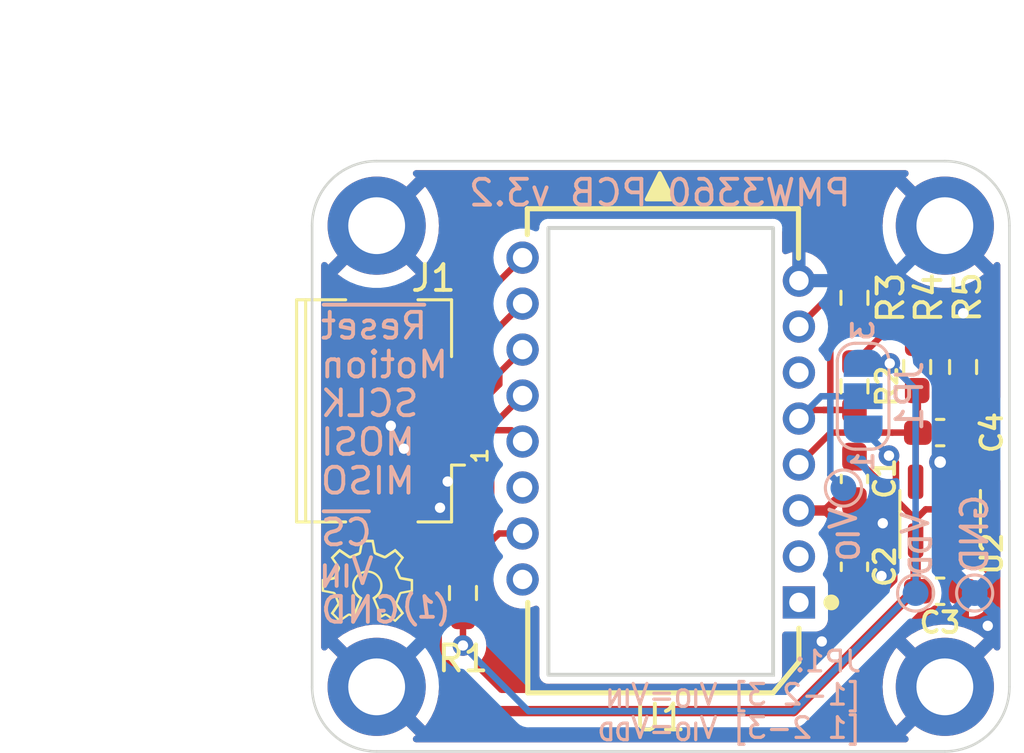
<source format=kicad_pcb>
(kicad_pcb (version 20221018) (generator pcbnew)
  (title_block (title "PMW3360 PCB") (rev "3.2") (company "SideraKB") (comment 1 "PMW3360DM-T2QU optical mouse sensor breakout board") (comment 2 "MIT License (Open Source Hardware)"))
  (layers (0 "F.Cu" signal) (31 "B.Cu" signal) (34 "B.Paste" user) (35 "F.Paste" user) (36 "B.SilkS" user "B.Silkscreen") (37 "F.SilkS" user "F.Silkscreen") (38 "B.Mask" user) (39 "F.Mask" user) (44 "Edge.Cuts" user))
  (net 0 "")
  (net 1 "Net-(U1-VDDPIX)")
  (net 2 "GND")
  (net 3 "/MISO")
  (net 4 "/CS")
  (net 5 "/MOSI")
  (net 6 "/SCLK")
  (net 7 "/MOTION")
  (net 8 "/RESET")
  (net 9 "VDD")
  (net 10 "V_{IN}")
  (net 11 "V_{IO}")
  (net 12 "Net-(U1-LED_P)")
  (net 13 "Net-(U2-FB)")
  (footprint "Resistor_SMD:R_0603_1608Metric_Pad0.98x0.95mm_HandSolder" (layer "F.Cu") (at 194.639 125.8368 90)
    (fp_text reference "R2")
    (fp_text value "10k")
  )
  (footprint "Resistor_SMD:R_0603_1608Metric_Pad0.98x0.95mm_HandSolder" (layer "F.Cu") (at 197.068 125.0858 90)
    (fp_text reference "R4")
    (fp_text value "28k")
  )
  (footprint "PMW3360_PCB:PMW3360DM-T2QU 16Pin" (layer "F.Cu") (at 187.139 128.0338 90)
    (fp_text reference "U1")
    (fp_text value "PMW3360DM-T2QU")
    (fp_rect (start -8.968 4.35) (end 8.332 -4.35) (stroke (width 0.15)) (fill none) (layer "Edge.Cuts"))
  )
  (footprint "MountingHole:MountingHole_2.2mm_M2_ISO14580_Pad" (layer "F.Cu") (at 176.139 137.4698)
    (fp_text reference "H1" hide)
    (fp_text value "MountingHole_Pad" hide)
  )
  (footprint "Resistor_SMD:R_0603_1608Metric_Pad0.98x0.95mm_HandSolder" (layer "F.Cu") (at 194.639 122.4078 90)
    (fp_text reference "R3")
    (fp_text value "10k")
  )
  (footprint "PMW3360_PCB:FPC_8P_0.5mm_AFC01-S08FCA-00" (layer "F.Cu") (at 175.889 126.7838 90)
    (fp_text reference "J1")
    (fp_text value "Interface")
  )
  (footprint "MountingHole:MountingHole_2.2mm_M2_ISO14580_Pad" (layer "F.Cu") (at 198.139 137.4698)
    (fp_text reference "H2" hide)
    (fp_text value "MountingHole_Pad" hide)
  )
  (footprint "Resistor_SMD:R_0603_1608Metric_Pad0.98x0.95mm_HandSolder" (layer "F.Cu") (at 179.481 133.8378 90)
    (fp_text reference "R1")
    (fp_text value "39R")
  )
  (footprint "Capacitor_SMD:C_0603_1608Metric_Pad1.08x0.95mm_HandSolder" (layer "F.Cu") (at 197.957 127.6258)
    (fp_text reference "C4")
    (fp_text value "4.7uF")
  )
  (footprint "MountingHole:MountingHole_2.2mm_M2_ISO14580_Pad" (layer "F.Cu") (at 176.139 119.6138)
    (fp_text reference "H4" hide)
    (fp_text value "MountingHole_Pad" hide)
  )
  (footprint "MountingHole:MountingHole_2.2mm_M2_ISO14580_Pad" (layer "F.Cu") (at 198.139 119.6138)
    (fp_text reference "H3" hide)
    (fp_text value "MountingHole_Pad" hide)
  )
  (footprint "Capacitor_SMD:C_0603_1608Metric_Pad1.08x0.95mm_HandSolder" (layer "F.Cu") (at 197.957 133.7688)
    (fp_text reference "C3")
    (fp_text value "1uF")
  )
  (footprint "Capacitor_SMD:C_0603_1608Metric_Pad1.08x0.95mm_HandSolder" (layer "F.Cu") (at 194.639 132.8218 -90)
    (fp_text reference "C2")
    (fp_text value "100nF")
  )
  (footprint "Package_TO_SOT_SMD:SOT-23-5" (layer "F.Cu") (at 197.957 130.6683 90)
    (fp_text reference "U2")
    (fp_text value "TPS73601DBV")
  )
  (footprint "Resistor_SMD:R_0603_1608Metric_Pad0.98x0.95mm_HandSolder" (layer "F.Cu") (at 198.846 125.0858 90)
    (fp_text reference "R5")
    (fp_text value "56.2k")
  )
  (footprint "Capacitor_SMD:C_0603_1608Metric_Pad1.08x0.95mm_HandSolder" (layer "F.Cu") (at 194.639 129.4193 90)
    (fp_text reference "C1")
    (fp_text value "4.7uF/10V")
  )
  (footprint "TestPoint:TestPoint_Pad_D1.0mm" (layer "B.Cu") (at 197.007 133.8378 180)
    (fp_text reference "TP2" hide)
    (fp_text value "V_{DD}")
  )
  (footprint "TestPoint:TestPoint_Pad_D1.0mm" (layer "B.Cu") (at 194.213 129.7738 180)
    (fp_text reference "TP1" hide)
    (fp_text value "V_{IO}")
  )
  (footprint "TestPoint:TestPoint_Pad_D1.0mm" (layer "B.Cu") (at 199.293 133.8378 180)
    (fp_text reference "TP3" hide)
    (fp_text value "GND")
  )
  (footprint "Jumper:SolderJumper-3_P1.3mm_Open_RoundedPad1.0x1.5mm_NumberLabels" (layer "B.Cu") (at 194.975 126.2178 90)
    (fp_text reference "JP1")
    (fp_text value "SolderJumper_3_Open")
  )
  (gr_poly (pts (xy 186.593 118.5978) (xy 187.101 117.5818) (xy 187.609 118.5978)) (stroke (width 0.15)) (fill solid) (layer "F.SilkS"))
  (gr_poly (pts (xy 176.004651 131.771471) (xy 176.005658 131.771546) (xy 176.00666 131.771669) (xy 176.007656 131.77184) (xy 176.008644 131.772056) (xy 176.009622 131.772317) (xy 176.01059 131.772621) (xy 176.011544 131.772968) (xy 176.012485 131.773355) (xy 176.013411 131.773783) (xy 176.014319 131.774248) (xy 176.01521 131.774751) (xy 176.01608 131.77529) (xy 176.016929 131.775864) (xy 176.017754 131.776472) (xy 176.018556 131.777111) (xy 176.019332 131.777782) (xy 176.02008 131.778483) (xy 176.020799 131.779212) (xy 176.021488 131.779969) (xy 176.022145 131.780752) (xy 176.022769 131.781559) (xy 176.023358 131.782391) (xy 176.02391 131.783244) (xy 176.024425 131.784119) (xy 176.024901 131.785014) (xy 176.025335 131.785928) (xy 176.025728 131.786859) (xy 176.026076 131.787807) (xy 176.026379 131.788769) (xy 176.026636 131.789745) (xy 176.026844 131.790734) (xy 176.110585 132.240605) (xy 176.110796 132.241602) (xy 176.111053 132.242602) (xy 176.111697 132.244606) (xy 176.112505 132.246604) (xy 176.113466 132.248582) (xy 176.114568 132.250528) (xy 176.115801 132.252428) (xy 176.117152 132.25427) (xy 176.118611 132.25604) (xy 176.120167 132.257726) (xy 176.121808 132.259314) (xy 176.123523 132.260791) (xy 176.1253 132.262144) (xy 176.127128 132.263361) (xy 176.128997 132.264427) (xy 176.129943 132.2649) (xy 176.130895 132.265331) (xy 176.131851 132.265717) (xy 176.132809 132.266058) (xy 176.434329 132.389486) (xy 176.436202 132.390311) (xy 176.438188 132.391) (xy 176.440271 132.391554) (xy 176.442432 132.391974) (xy 176.444654 132.392263) (xy 176.446919 132.39242) (xy 176.44921 132.392448) (xy 176.45151 132.392347) (xy 176.453801 132.392119) (xy 176.456065 132.391764) (xy 176.458285 132.391284) (xy 176.460444 132.390681) (xy 176.462524 132.389954) (xy 176.464508 132.389107) (xy 176.466377 132.388139) (xy 176.468116 132.387052) (xy 176.843957 132.129136) (xy 176.844803 132.128585) (xy 176.845675 132.128076) (xy 176.84657 132.12761) (xy 176.847486 132.127187) (xy 176.848421 132.126806) (xy 176.849374 132.126468) (xy 176.850342 132.126171) (xy 176.851324 132.125917) (xy 176.852317 132.125704) (xy 176.853321 132.125532) (xy 176.855349 132.125313) (xy 176.857393 132.125258) (xy 176.859438 132.125366) (xy 176.861468 132.125635) (xy 176.863469 132.126063) (xy 176.865424 132.126651) (xy 176.86638 132.127003) (xy 176.867319 132.127395) (xy 176.868239 132.127825) (xy 176.869138 132.128295) (xy 176.870014 132.128803) (xy 176.870866 132.129349) (xy 176.871691 132.129933) (xy 176.872487 132.130556) (xy 176.873253 132.131216) (xy 176.873987 132.131914) (xy 177.190508 132.448435) (xy 177.191206 132.449169) (xy 177.191866 132.449935) (xy 177.192488 132.450732) (xy 177.193071 132.451558) (xy 177.193617 132.45241) (xy 177.194123 132.453287) (xy 177.19502 132.455107) (xy 177.195761 132.457004) (xy 177.196345 132.458962) (xy 177.196771 132.460965) (xy 177.197037 132.462997) (xy 177.197142 132.465045) (xy 177.197086 132.467091) (xy 177.196867 132.469122) (xy 177.196483 132.47112) (xy 177.195935 132.473072) (xy 177.195598 132.474026) (xy 177.19522 132.474962) (xy 177.1948 132.475878) (xy 177.194337 132.476773) (xy 177.193833 132.477645) (xy 177.193286 132.478492) (xy 176.939868 132.84785) (xy 176.938778 132.849596) (xy 176.937811 132.851469) (xy 176.936967 132.853452) (xy 176.936248 132.855527) (xy 176.935655 132.857678) (xy 176.935189 132.859888) (xy 176.934851 132.86214) (xy 176.934642 132.864417) (xy 176.934564 132.866701) (xy 176.934617 132.868976) (xy 176.934802 132.871225) (xy 176.93512 132.87343) (xy 176.935573 132.875575) (xy 176.936162 132.877643) (xy 176.936888 132.879617) (xy 176.937751 132.881479) (xy 177.071075 133.192523) (xy 177.071836 133.194433) (xy 177.072773 133.196325) (xy 177.07387 133.198189) (xy 177.075116 133.200013) (xy 177.076497 133.201785) (xy 177.078 133.203495) (xy 177.079611 133.205131) (xy 177.081318 133.206682) (xy 177.083107 133.208136) (xy 177.084965 133.209482) (xy 177.086878 133.21071) (xy 177.088834 133.211807) (xy 177.09082 133.212763) (xy 177.092821 133.213566) (xy 177.094825 133.214205) (xy 177.096819 133.214669) (xy 177.531767 133.295552) (xy 177.532754 133.295764) (xy 177.533728 133.296025) (xy 177.534688 133.296332) (xy 177.535634 133.296684) (xy 177.536563 133.29708) (xy 177.537475 133.297517) (xy 177.538368 133.297995) (xy 177.539242 133.298512) (xy 177.540924 133.299657) (xy 177.542512 133.300941) (xy 177.543995 133.302351) (xy 177.545364 133.303876) (xy 177.546609 133.305504) (xy 177.547719 133.307224) (xy 177.548685 133.309024) (xy 177.549111 133.30995) (xy 177.549497 133.310892) (xy 177.549842 133.311848) (xy 177.550144 133.312816) (xy 177.550404 133.313796) (xy 177.550618 133.314785) (xy 177.550786 133.315782) (xy 177.550907 133.316786) (xy 177.55098 133.317795) (xy 177.551003 133.318808) (xy 177.55095 133.766457) (xy 177.550924 133.767468) (xy 177.550849 133.768476) (xy 177.550726 133.769479) (xy 177.550555 133.770475) (xy 177.550338 133.771464) (xy 177.550077 133.772444) (xy 177.549772 133.773413) (xy 177.549424 133.774369) (xy 177.549036 133.775312) (xy 177.548608 133.776239) (xy 177.548141 133.77715) (xy 177.547637 133.778042) (xy 177.547098 133.778914) (xy 177.546523 133.779765) (xy 177.545915 133.780593) (xy 177.545274 133.781396) (xy 177.544603 133.782173) (xy 177.543902 133.782923) (xy 177.543172 133.783644) (xy 177.542415 133.784335) (xy 177.541633 133.784993) (xy 177.540825 133.785618) (xy 177.539994 133.786208) (xy 177.53914 133.786761) (xy 177.538266 133.787276) (xy 177.537372 133.787751) (xy 177.536459 133.788186) (xy 177.535529 133.788577) (xy 177.534583 133.788925) (xy 177.533622 133.789227) (xy 177.532648 133.789481) (xy 177.531662 133.789687) (xy 177.107402 133.868639) (xy 177.106403 133.868844) (xy 177.105403 133.869095) (xy 177.104401 133.869391) (xy 177.103401 133.86973) (xy 177.101409 133.870533) (xy 177.099441 133.871492) (xy 177.097509 133.872595) (xy 177.095625 133.873831) (xy 177.093802 133.875189) (xy 177.092053 133.876656) (xy 177.09039 133.878221) (xy 177.088827 133.879873) (xy 177.087376 133.881599) (xy 177.086049 133.883388) (xy 177.084859 133.885229) (xy 177.083819 133.887109) (xy 177.082942 133.889018) (xy 177.082568 133.889979) (xy 177.08224 133.890943) (xy 176.94979 134.221805) (xy 176.948971 134.223687) (xy 176.948287 134.22568) (xy 176.947739 134.227767) (xy 176.947325 134.22993) (xy 176.947042 134.232153) (xy 176.946891 134.234418) (xy 176.946869 134.236708) (xy 176.946975 134.239006) (xy 176.947208 134.241294) (xy 176.947567 134.243555) (xy 176.94805 134.245772) (xy 176.948655 134.247928) (xy 176.949382 134.250005) (xy 176.950229 134.251986) (xy 176.951194 134.253854) (xy 176.952277 134.255592) (xy 177.193286 134.606774) (xy 177.193837 134.60762) (xy 177.194346 134.608493) (xy 177.194811 134.609388) (xy 177.195235 134.610305) (xy 177.195615 134.611242) (xy 177.195954 134.612196) (xy 177.196251 134.613166) (xy 177.196505 134.614149) (xy 177.196718 134.615145) (xy 177.19689 134.61615) (xy 177.197109 134.618183) (xy 177.197164 134.620232) (xy 177.197056 134.622282) (xy 177.196787 134.624317) (xy 177.196358 134.626322) (xy 177.195771 134.628282) (xy 177.195419 134.62924) (xy 177.195027 134.630181) (xy 177.194596 134.631102) (xy 177.194127 134.632003) (xy 177.193619 134.632881) (xy 177.193073 134.633733) (xy 177.192489 134.634559) (xy 177.191866 134.635357) (xy 177.191206 134.636123) (xy 177.190508 134.636857) (xy 176.873934 134.953378) (xy 176.873205 134.954071) (xy 176.872443 134.954727) (xy 176.87165 134.955345) (xy 176.870828 134.955926) (xy 176.869979 134.956469) (xy 176.869104 134.956973) (xy 176.867288 134.957867) (xy 176.865394 134.958607) (xy 176.863439 134.959191) (xy 176.861437 134.959618) (xy 176.859405 134.959887) (xy 176.857357 134.959995) (xy 176.85531 134.959942) (xy 176.853278 134.959726) (xy 176.851278 134.959346) (xy 176.849325 134.9588) (xy 176.848371 134.958465) (xy 176.847435 134.958088) (xy 176.846518 134.957668) (xy 176.845622 134.957207) (xy 176.84475 134.956703) (xy 176.843904 134.956156) (xy 176.498913 134.71938) (xy 176.497179 134.718301) (xy 176.495322 134.717354) (xy 176.493358 134.716541) (xy 176.491305 134.715861) (xy 176.489179 134.715316) (xy 176.486998 134.714904) (xy 176.484778 134.714628) (xy 176.482536 134.714486) (xy 176.480289 134.714479) (xy 176.478054 134.714608) (xy 176.475847 134.714872) (xy 176.473687 134.715273) (xy 176.471589 134.71581) (xy 176.469571 134.716484) (xy 176.467649 134.717295) (xy 176.46584 134.718243) (xy 176.313705 134.79947) (xy 176.312795 134.799902) (xy 176.311878 134.800283) (xy 176.310955 134.800611) (xy 176.310027 134.800889) (xy 176.309097 134.801115) (xy 176.308165 134.801292) (xy 176.307234 134.80142) (xy 176.306304 134.801499) (xy 176.305379 134.801529) (xy 176.304458 134.801512) (xy 176.303544 134.801448) (xy 176.302638 134.801338) (xy 176.301742 134.801181) (xy 176.300858 134.800979) (xy 176.299986 134.800733) (xy 176.29913 134.800442) (xy 176.298289 134.800108) (xy 176.297466 134.799731) (xy 176.296663 134.799311) (xy 176.29588 134.79885) (xy 176.295121 134.798347) (xy 176.294385 134.797804) (xy 176.293675 134.79722) (xy 176.292992 134.796597) (xy 176.292338 134.795936) (xy 176.291714 134.795236) (xy 176.291123 134.794498) (xy 176.290565 134.793723) (xy 176.290043 134.792911) (xy 176.289557 134.792063) (xy 176.289109 134.79118) (xy 176.288702 134.790262) (xy 175.975038 134.032284) (xy 175.974675 134.031341) (xy 175.974361 134.030384) (xy 175.974094 134.029414) (xy 175.973873 134.028434) (xy 175.973699 134.027444) (xy 175.973571 134.026448) (xy 175.973487 134.025446) (xy 175.973448 134.024441) (xy 175.973453 134.023434) (xy 175.973501 134.022427) (xy 175.973591 134.021422) (xy 175.973724 134.020421) (xy 175.973898 134.019425) (xy 175.974112 134.018436) (xy 175.974367 134.017457) (xy 175.974661 134.016488) (xy 175.974994 134.015533) (xy 175.975366 134.014591) (xy 175.975775 134.013666) (xy 175.976221 134.01276) (xy 175.976704 134.011873) (xy 175.977222 134.011007) (xy 175.977776 134.010166) (xy 175.978364 134.00935) (xy 175.978987 134.00856) (xy 175.979643 134.0078) (xy 175.980331 134.007071) (xy 175.981052 134.006374) (xy 175.981805 134.005711) (xy 175.982588 134.005084) (xy 175.983402 134.004496) (xy 175.984246 134.003947) (xy 176.022319 133.980637) (xy 176.02506 133.978892) (xy 176.027985 133.9769) (xy 176.031041 133.974705) (xy 176.034173 133.972349) (xy 176.037323 133.969877) (xy 176.040439 133.967332) (xy 176.043464 133.964757) (xy 176.046343 133.962196) (xy 176.071547 133.944944) (xy 176.095601 133.926213) (xy 176.118439 133.906068) (xy 176.139995 133.884574) (xy 176.160204 133.861796) (xy 176.179 133.8378) (xy 176.196318 133.81265) (xy 176.212092 133.786413) (xy 176.226255 133.759154) (xy 176.238744 133.730937) (xy 176.249491 133.701828) (xy 176.258431 133.671892) (xy 176.265499 133.641195) (xy 176.270629 133.609801) (xy 176.273755 133.577776) (xy 176.274811 133.545186) (xy 176.274167 133.51971) (xy 176.272255 133.494568) (xy 176.269107 133.469792) (xy 176.264754 133.445412) (xy 176.259226 133.421461) (xy 176.252555 133.397968) (xy 176.244772 133.374965) (xy 176.235908 133.352484) (xy 176.225994 133.330554) (xy 176.215062 133.309208) (xy 176.203142 133.288476) (xy 176.190265 133.26839) (xy 176.176463 133.248981) (xy 176.161767 133.230279) (xy 176.146208 133.212316) (xy 176.129816 133.195123) (xy 176.112624 133.178731) (xy 176.094662 133.163171) (xy 176.075961 133.148474) (xy 176.056552 133.134672) (xy 176.036467 133.121795) (xy 176.015736 133.109875) (xy 175.994391 133.098942) (xy 175.972463 133.089028) (xy 175.949983 133.080164) (xy 175.926982 133.072381) (xy 175.903491 133.06571) (xy 175.879541 133.060182) (xy 175.855163 133.055828) (xy 175.830389 133.05268) (xy 175.80525 133.050768) (xy 175.779776 133.050124) (xy 175.754302 133.050768) (xy 175.729162 133.05268) (xy 175.704388 133.055828) (xy 175.68001 133.060182) (xy 175.656059 133.06571) (xy 175.632567 133.072381) (xy 175.609565 133.080164) (xy 175.587084 133.089028) (xy 175.565155 133.098942) (xy 175.543809 133.109875) (xy 175.523078 133.121795) (xy 175.502991 133.134672) (xy 175.483581 133.148474) (xy 175.464879 133.163171) (xy 175.446916 133.178731) (xy 175.429722 133.195123) (xy 175.413329 133.212316) (xy 175.397769 133.230279) (xy 175.383071 133.248981) (xy 175.369268 133.26839) (xy 175.356391 133.288476) (xy 175.34447 133.309208) (xy 175.333536 133.330554) (xy 175.323621 133.352484) (xy 175.314757 133.374965) (xy 175.306973 133.397968) (xy 175.300301 133.421461) (xy 175.294773 133.445412) (xy 175.290419 133.469792) (xy 175.28727 133.494568) (xy 175.285358 133.51971) (xy 175.284714 133.545186) (xy 175.28498 133.561548) (xy 175.285771 133.577776) (xy 175.28708 133.593864) (xy 175.288898 133.609801) (xy 175.291217 133.625581) (xy 175.294029 133.641195) (xy 175.297325 133.656634) (xy 175.301098 133.671892) (xy 175.305339 133.686959) (xy 175.31004 133.701828) (xy 175.315192 133.71649) (xy 175.320788 133.730937) (xy 175.32682 133.745161) (xy 175.333278 133.759154) (xy 175.347443 133.786413) (xy 175.363218 133.812651) (xy 175.380536 133.8378) (xy 175.399333 133.861796) (xy 175.419541 133.884574) (xy 175.441096 133.906068) (xy 175.463932 133.926213) (xy 175.487982 133.944944) (xy 175.513182 133.962196) (xy 175.516077 133.964757) (xy 175.519113 133.967332) (xy 175.522235 133.969877) (xy 175.525389 133.972349) (xy 175.528522 133.974705) (xy 175.531581 133.9769) (xy 175.534511 133.978892) (xy 175.537259 133.980637) (xy 175.575332 134.003947) (xy 175.576181 134.004496) (xy 175.576999 134.005084) (xy 175.577786 134.005711) (xy 175.578542 134.006374) (xy 175.579266 134.007071) (xy 175.579957 134.0078) (xy 175.58124 134.00935) (xy 175.582385 134.011007) (xy 175.583387 134.01276) (xy 175.584243 134.014591) (xy 175.584947 134.016488) (xy 175.585494 134.018436) (xy 175.58588 134.020421) (xy 175.5861 134.022427) (xy 175.586149 134.024441) (xy 175.586022 134.026448) (xy 175.585891 134.027444) (xy 175.585715 134.028434) (xy 175.585492 134.029414) (xy 175.585222 134.030384) (xy 175.584905 134.031341) (xy 175.58454 134.032284) (xy 175.27085 134.790236) (xy 175.270443 134.791154) (xy 175.269995 134.792037) (xy 175.269509 134.792885) (xy 175.268986 134.793697) (xy 175.268427 134.794473) (xy 175.267835 134.795212) (xy 175.267211 134.795912) (xy 175.266556 134.796575) (xy 175.265873 134.797199) (xy 175.265162 134.797783) (xy 175.264425 134.798327) (xy 175.263665 134.79883) (xy 175.262881 134.799293) (xy 175.262077 134.799713) (xy 175.261254 134.800091) (xy 175.260412 134.800426) (xy 175.259555 134.800717) (xy 175.258683 134.800964) (xy 175.257798 134.801166) (xy 175.256902 134.801323) (xy 175.255996 134.801434) (xy 175.255082 134.801498) (xy 175.254162 134.801515) (xy 175.253236 134.801484) (xy 175.252307 134.801404) (xy 175.251377 134.801276) (xy 175.250446 134.801098) (xy 175.249517 134.80087) (xy 175.248591 134.800591) (xy 175.24767 134.800261) (xy 175.246754 134.799878) (xy 175.245847 134.799444) (xy 175.093712 134.718216) (xy 175.091907 134.717269) (xy 175.089989 134.716459) (xy 175.087973 134.715786) (xy 175.085876 134.71525) (xy 175.083716 134.714851) (xy 175.08151 134.714588) (xy 175.079274 134.714461) (xy 175.077026 134.714469) (xy 175.074783 134.714612) (xy 175.072561 134.71489) (xy 175.070378 134.715301) (xy 175.068251 134.715846) (xy 175.066196 134.716525) (xy 175.064231 134.717336) (xy 175.062373 134.718279) (xy 175.060639 134.719354) (xy 174.715675 134.95613) (xy 174.714826 134.956676) (xy 174.713952 134.95718) (xy 174.713054 134.957642) (xy 174.712136 134.958061) (xy 174.711198 134.958439) (xy 174.710243 134.958774) (xy 174.709273 134.959068) (xy 174.708288 134.95932) (xy 174.707293 134.95953) (xy 174.706288 134.9597) (xy 174.704256 134.959915) (xy 174.702208 134.959969) (xy 174.70016 134.95986) (xy 174.698128 134.959592) (xy 174.696126 134.959165) (xy 174.69417 134.958581) (xy 174.693214 134.958231) (xy 174.692275 134.957841) (xy 174.691356 134.957413) (xy 174.690458 134.956947) (xy 174.689582 134.956442) (xy 174.688732 134.9559) (xy 174.687908 134.955319) (xy 174.687114 134.954701) (xy 174.68635 134.954045) (xy 174.685618 134.953352) (xy 174.369044 134.63683) (xy 174.368349 134.636097) (xy 174.36769 134.63533) (xy 174.36707 134.634533) (xy 174.366488 134.633707) (xy 174.365943 134.632854) (xy 174.365437 134.631977) (xy 174.36454 134.630154) (xy 174.363798 134.628256) (xy 174.363212 134.626296) (xy 174.362784 134.624291) (xy 174.362516 134.622255) (xy 174.362408 134.620205) (xy 174.362462 134.618156) (xy 174.362679 134.616124) (xy 174.363061 134.614123) (xy 174.36361 134.61217) (xy 174.363947 134.611215) (xy 174.364326 134.610279) (xy 174.364747 134.609362) (xy 174.365211 134.608466) (xy 174.365717 134.607594) (xy 174.366266 134.606747) (xy 174.607249 134.255566) (xy 174.60834 134.253828) (xy 174.609313 134.25196) (xy 174.610166 134.249979) (xy 174.610897 134.247902) (xy 174.611506 134.245746) (xy 174.61199 134.243529) (xy 174.61235 134.241268) (xy 174.612583 134.23898) (xy 174.612689 134.236682) (xy 174.612667 134.234392) (xy 174.612514 134.232127) (xy 174.612231 134.229904) (xy 174.611815 134.227741) (xy 174.611266 134.225654) (xy 174.610582 134.223661) (xy 174.609762 134.221779) (xy 174.477312 133.890917) (xy 174.476986 133.889953) (xy 174.476613 133.888992) (xy 174.475738 133.887083) (xy 174.474698 133.885202) (xy 174.473506 133.883362) (xy 174.472176 133.881572) (xy 174.470721 133.879846) (xy 174.469153 133.878195) (xy 174.467486 133.87663) (xy 174.465732 133.875163) (xy 174.463905 133.873805) (xy 174.462017 133.872569) (xy 174.460081 133.871465) (xy 174.458111 133.870506) (xy 174.456119 133.869704) (xy 174.454119 133.869069) (xy 174.45312 133.868818) (xy 174.452123 133.868613) (xy 174.027864 133.789661) (xy 174.026875 133.789455) (xy 174.025899 133.789201) (xy 174.024937 133.788899) (xy 174.023989 133.788551) (xy 174.023058 133.788159) (xy 174.022144 133.787725) (xy 174.021249 133.78725) (xy 174.020374 133.786735) (xy 174.01952 133.786181) (xy 174.018689 133.785592) (xy 174.017099 133.784308) (xy 174.015613 133.782897) (xy 174.014241 133.78137) (xy 174.012994 133.779738) (xy 174.011881 133.778016) (xy 174.010913 133.776213) (xy 174.010098 133.774343) (xy 174.009751 133.773386) (xy 174.009447 133.772418) (xy 174.009186 133.771438) (xy 174.00897 133.770449) (xy 174.008799 133.769452) (xy 174.008676 133.768449) (xy 174.008601 133.767442) (xy 174.008576 133.766431) (xy 174.008554 133.388923) (xy 174.103826 133.388923) (xy 174.103852 133.717509) (xy 174.469268 133.785507) (xy 174.474395 133.786613) (xy 174.479296 133.787853) (xy 174.483983 133.789221) (xy 174.488466 133.790711) (xy 174.492759 133.792316) (xy 174.496871 133.794032) (xy 174.500816 133.795851) (xy 174.504604 133.797767) (xy 174.508246 133.799775) (xy 174.511755 133.801869) (xy 174.515142 133.804041) (xy 174.518419 133.806287) (xy 174.521597 133.8086) (xy 174.524687 133.810974) (xy 174.527702 133.813403) (xy 174.530652 133.815881) (xy 174.535793 133.820769) (xy 174.538308 133.823307) (xy 174.54078 133.825919) (xy 174.543208 133.828616) (xy 174.545587 133.831406) (xy 174.547913 133.8343) (xy 174.550185 133.837306) (xy 174.552397 133.840434) (xy 174.554547 133.843695) (xy 174.556631 133.847096) (xy 174.558646 133.850648) (xy 174.560589 133.854359) (xy 174.562456 133.85824) (xy 174.564243 133.8623) (xy 174.565947 133.866549) (xy 174.697683 134.195744) (xy 174.69913 134.199271) (xy 174.70044 134.202742) (xy 174.701619 134.206157) (xy 174.702673 134.209519) (xy 174.703609 134.21283) (xy 174.704434 134.216094) (xy 174.705153 134.21931) (xy 174.705773 134.222483) (xy 174.706301 134.225614) (xy 174.706743 134.228705) (xy 174.707105 134.231759) (xy 174.707394 134.234778) (xy 174.707779 134.240718) (xy 174.707949 134.246544) (xy 174.70756 134.255422) (xy 174.707207 134.259842) (xy 174.706728 134.26426) (xy 174.70611 134.268684) (xy 174.705336 134.273122) (xy 174.704392 134.277581) (xy 174.703263 134.282071) (xy 174.701934 134.286598) (xy 174.70039 134.291171) (xy 174.698616 134.295798) (xy 174.696597 134.300486) (xy 174.694319 134.305245) (xy 174.691766 134.310081) (xy 174.688924 134.315003) (xy 174.685777 134.320019) (xy 174.478476 134.622173) (xy 174.710886 134.854503) (xy 175.006611 134.651515) (xy 175.011434 134.648441) (xy 175.016193 134.645658) (xy 175.020892 134.643153) (xy 175.025534 134.640913) (xy 175.030123 134.638925) (xy 175.034664 134.637173) (xy 175.039161 134.635647) (xy 175.043616 134.63433) (xy 175.048035 134.633211) (xy 175.05242 134.632276) (xy 175.056777 134.631511) (xy 175.061108 134.630902) (xy 175.065418 134.630437) (xy 175.069711 134.630102) (xy 175.07399 134.629883) (xy 175.07826 134.629766) (xy 175.085249 134.62998) (xy 175.088794 134.630208) (xy 175.092374 134.630529) (xy 175.095991 134.630952) (xy 175.099646 134.631484) (xy 175.103341 134.632136) (xy 175.107076 134.632915) (xy 175.110855 134.63383) (xy 175.114677 134.634891) (xy 175.118544 134.636106) (xy 175.122458 134.637483) (xy 175.126421 134.639032) (xy 175.130433 134.640761) (xy 175.134496 134.642679) (xy 175.138611 134.644795) (xy 175.21542 134.685831) (xy 175.473203 134.062791) (xy 175.470878 134.061091) (xy 175.4686 134.059384) (xy 175.466362 134.057666) (xy 175.464158 134.055935) (xy 175.46198 134.054187) (xy 175.45982 134.052421) (xy 175.455529 134.048821) (xy 175.426171 134.028215) (xy 175.398156 134.005891) (xy 175.371558 133.981923) (xy 175.346456 133.956388) (xy 175.322923 133.929365) (xy 175.301037 133.900928) (xy 175.280874 133.871156) (xy 175.262509 133.840124) (xy 175.246019 133.807909) (xy 175.231479 133.774589) (xy 175.218966 133.74024) (xy 175.208556 133.704938) (xy 175.200325 133.668761) (xy 175.194349 133.631785) (xy 175.190703 133.594087) (xy 175.189464 133.555743) (xy 175.190242 133.525361) (xy 175.19253 133.495379) (xy 175.196291 133.465833) (xy 175.201489 133.436761) (xy 175.208086 133.408199) (xy 175.216045 133.380185) (xy 175.22533 133.352756) (xy 175.235903 133.325948) (xy 175.247727 133.2998) (xy 175.260765 133.274347) (xy 175.27498 133.249627) (xy 175.290335 133.225677) (xy 175.306793 133.202534) (xy 175.324318 133.180234) (xy 175.342871 133.158816) (xy 175.362416 133.138316) (xy 175.382915 133.118772) (xy 175.404333 133.100219) (xy 175.426631 133.082696) (xy 175.449773 133.066239) (xy 175.473722 133.050885) (xy 175.49844 133.036671) (xy 175.523891 133.023635) (xy 175.550038 133.011813) (xy 175.576842 133.001243) (xy 175.604269 132.991962) (xy 175.632279 132.984005) (xy 175.660837 132.977412) (xy 175.689906 132.972218) (xy 175.719448 132.968461) (xy 175.749425 132.966177) (xy 175.779803 132.965405) (xy 175.810182 132.966177) (xy 175.840162 132.968461) (xy 175.869705 132.972218) (xy 175.898775 132.977412) (xy 175.927334 132.984005) (xy 175.955346 132.991962) (xy 175.982773 133.001243) (xy 176.009578 133.011813) (xy 176.035724 133.023635) (xy 176.061175 133.036671) (xy 176.085893 133.050885) (xy 176.109841 133.066239) (xy 176.132981 133.082696) (xy 176.155279 133.100219) (xy 176.176695 133.118772) (xy 176.197193 133.138316) (xy 176.216736 133.158816) (xy 176.235287 133.180234) (xy 176.252808 133.202534) (xy 176.269264 133.225677) (xy 176.284616 133.249627) (xy 176.298828 133.274347) (xy 176.311863 133.2998) (xy 176.323684 133.325948) (xy 176.334253 133.352756) (xy 176.343534 133.380185) (xy 176.351489 133.408199) (xy 176.358082 133.436761) (xy 176.363275 133.465833) (xy 176.367032 133.495379) (xy 176.369315 133.525361) (xy 176.370088 133.555743) (xy 176.369779 133.574991) (xy 176.368858 133.594087) (xy 176.367336 133.613022) (xy 176.36522 133.631786) (xy 176.362522 133.65037) (xy 176.359249 133.668763) (xy 176.355413 133.686957) (xy 176.351023 133.704942) (xy 176.346087 133.722708) (xy 176.340616 133.740246) (xy 176.328106 133.774597) (xy 176.313568 133.80792) (xy 176.297079 133.840137) (xy 176.278716 133.871171) (xy 176.258553 133.900946) (xy 176.236669 133.929385) (xy 176.213137 133.956411) (xy 176.188036 133.981946) (xy 176.161442 134.005916) (xy 176.133429 134.028241) (xy 176.104076 134.048847) (xy 176.099751 134.052466) (xy 176.097581 134.054239) (xy 176.095397 134.055991) (xy 176.093194 134.057722) (xy 176.090964 134.059436) (xy 176.088702 134.061133) (xy 176.086402 134.062817) (xy 176.344212 134.685831) (xy 176.42102 134.644794) (xy 176.421046 134.644794) (xy 176.425103 134.642705) (xy 176.429108 134.640807) (xy 176.433064 134.639093) (xy 176.436974 134.637553) (xy 176.440841 134.636181) (xy 176.444667 134.634968) (xy 176.448455 134.633905) (xy 176.452208 134.632984) (xy 176.455927 134.632198) (xy 176.459617 134.631538) (xy 176.463278 134.630995) (xy 176.466915 134.630563) (xy 176.47053 134.630232) (xy 176.474125 134.629994) (xy 176.481266 134.629766) (xy 176.485491 134.629877) (xy 176.489735 134.630092) (xy 176.494002 134.630422) (xy 176.498294 134.630882) (xy 176.502613 134.631485) (xy 176.506964 134.632244) (xy 176.511349 134.633174) (xy 176.515771 134.634287) (xy 176.520232 134.635597) (xy 176.524737 134.637117) (xy 176.529288 134.638861) (xy 176.533888 134.640843) (xy 176.538539 134.643074) (xy 176.543246 134.645571) (xy 176.54801 134.648344) (xy 176.552835 134.651409) (xy 176.848746 134.854503) (xy 177.081103 134.622173) (xy 176.873828 134.320124) (xy 176.870654 134.315098) (xy 176.867791 134.310164) (xy 176.865222 134.305314) (xy 176.862932 134.300542) (xy 176.860906 134.29584) (xy 176.859129 134.291199) (xy 176.857584 134.286613) (xy 176.856256 134.282074) (xy 176.85513 134.277574) (xy 176.854191 134.273106) (xy 176.853423 134.268663) (xy 176.85281 134.264236) (xy 176.852337 134.259818) (xy 176.851988 134.255402) (xy 176.851749 134.250979) (xy 176.851603 134.246544) (xy 176.851748 134.24084) (xy 176.852103 134.234988) (xy 176.852726 134.228967) (xy 176.853157 134.225887) (xy 176.853676 134.222758) (xy 176.854293 134.219576) (xy 176.855013 134.21634) (xy 176.855844 134.213047) (xy 176.856793 134.209694) (xy 176.857868 134.206279) (xy 176.859077 134.2028) (xy 176.860425 134.199254) (xy 176.861922 134.195638) (xy 176.993446 133.867158) (xy 176.995141 133.862883) (xy 176.996919 133.858795) (xy 176.998778 133.854884) (xy 177.000715 133.85114) (xy 177.002725 133.847556) (xy 177.004806 133.844121) (xy 177.006955 133.840826) (xy 177.009169 133.837663) (xy 177.011444 133.834622) (xy 177.013777 133.831694) (xy 177.016165 133.82887) (xy 177.018606 133.826141) (xy 177.021094 133.823497) (xy 177.023629 133.820929) (xy 177.026205 133.818429) (xy 177.028821 133.815987) (xy 177.034766 133.811059) (xy 177.037852 133.808675) (xy 177.041029 133.806351) (xy 177.044306 133.804095) (xy 177.047694 133.801912) (xy 177.051204 133.79981) (xy 177.054846 133.797794) (xy 177.058631 133.79587) (xy 177.06257 133.794046) (xy 177.066673 133.792327) (xy 177.070951 133.79072) (xy 177.075413 133.789231) (xy 177.080072 133.787866) (xy 177.084937 133.786631) (xy 177.090019 133.785534) (xy 177.455726 133.717483) (xy 177.455726 133.388923) (xy 177.079277 133.318915) (xy 177.074263 133.317814) (xy 177.069472 133.31659) (xy 177.064892 133.315248) (xy 177.060512 133.313793) (xy 177.056319 133.312231) (xy 177.052302 133.310567) (xy 177.048448 133.308807) (xy 177.044746 133.306955) (xy 177.041183 133.305019) (xy 177.037749 133.303001) (xy 177.034431 133.30091) (xy 177.031217 133.298748) (xy 177.028095 133.296523) (xy 177.025053 133.29424) (xy 177.02208 133.291904) (xy 177.019164 133.289519) (xy 177.014049 133.284826) (xy 177.011544 133.28239) (xy 177.009077 133.279882) (xy 177.006652 133.277293) (xy 177.004271 133.274612) (xy 177.001936 133.27183) (xy 176.999651 133.268938) (xy 176.997418 133.265926) (xy 176.995239 133.262784) (xy 176.993118 133.259504) (xy 176.991058 133.256074) (xy 176.98906 133.252486) (xy 176.987128 133.248731) (xy 176.985264 133.244797) (xy 176.983472 133.240677) (xy 176.983445 133.240677) (xy 176.850148 132.929633) (xy 176.848654 132.926147) (xy 176.847292 132.922701) (xy 176.846058 132.919294) (xy 176.844947 132.915923) (xy 176.843952 132.912586) (xy 176.84307 132.909281) (xy 176.842294 132.906006) (xy 176.841618 132.902758) (xy 176.841039 132.899536) (xy 176.84055 132.896337) (xy 176.840147 132.893159) (xy 176.839823 132.89) (xy 176.839574 132.886858) (xy 176.839394 132.88373) (xy 176.839221 132.87751) (xy 176.839596 132.868765) (xy 176.839939 132.864383) (xy 176.840406 132.859988) (xy 176.841013 132.855576) (xy 176.841775 132.851142) (xy 176.842707 132.846681) (xy 176.843824 132.842188) (xy 176.845143 132.83766) (xy 176.846678 132.833091) (xy 176.848444 132.828477) (xy 176.850457 132.823813) (xy 176.852733 132.819094) (xy 176.855286 132.814317) (xy 176.858132 132.809475) (xy 176.861287 132.804565) (xy 177.081023 132.484339) (xy 176.848693 132.251956) (xy 176.521879 132.47627) (xy 176.516822 132.479436) (xy 176.511865 132.482289) (xy 176.507 132.484844) (xy 176.502218 132.487117) (xy 176.497513 132.489126) (xy 176.492876 132.490884) (xy 176.488298 132.49241) (xy 176.483773 132.493719) (xy 176.479291 132.494827) (xy 176.474846 132.495749) (xy 176.470429 132.496504) (xy 176.466032 132.497105) (xy 176.461646 132.497571) (xy 176.457265 132.497916) (xy 176.448484 132.498309) (xy 176.442606 132.49814) (xy 176.43666 132.497756) (xy 176.430618 132.497107) (xy 176.427553 132.496668) (xy 176.424453 132.496143) (xy 176.421316 132.495527) (xy 176.418137 132.494813) (xy 176.414913 132.493995) (xy 176.411642 132.493067) (xy 176.408318 132.492022) (xy 176.404939 132.490854) (xy 176.401501 132.489556) (xy 176.398002 132.488123) (xy 176.097541 132.365118) (xy 176.093242 132.363356) (xy 176.08914 132.361515) (xy 176.085224 132.359597) (xy 176.081485 132.357607) (xy 176.077913 132.355547) (xy 176.074497 132.353421) (xy 176.071228 132.351231) (xy 176.068096 132.348982) (xy 176.06509 132.346676) (xy 176.062202 132.344316) (xy 176.05942 132.341906) (xy 176.056736 132.339449) (xy 176.054138 132.336948) (xy 176.051617 132.334406) (xy 176.049164 132.331827) (xy 176.046767 132.329214) (xy 176.041972 132.323309) (xy 176.039654 132.320256) (xy 176.037396 132.31712) (xy 176.035204 132.313888) (xy 176.033082 132.310549) (xy 176.031036 132.30709) (xy 176.02907 132.3035) (xy 176.02719 132.299766) (xy 176.025401 132.295877) (xy 176.023709 132.29182) (xy 176.022118 132.287583) (xy 176.020633 132.283155) (xy 176.01926 132.278522) (xy 176.018003 132.273674) (xy 176.016869 132.268598) (xy 175.944056 131.877279) (xy 175.615496 131.877279) (xy 175.54263 132.268969) (xy 175.541519 132.273957) (xy 175.540283 132.278729) (xy 175.538928 132.283297) (xy 175.537458 132.287672) (xy 175.535879 132.291865) (xy 175.534197 132.295887) (xy 175.532416 132.299749) (xy 175.530542 132.303464) (xy 175.52858 132.307041) (xy 175.526536 132.310492) (xy 175.524415 132.313829) (xy 175.522222 132.317062) (xy 175.519963 132.320204) (xy 175.517642 132.323264) (xy 175.515265 132.326255) (xy 175.512838 132.329188) (xy 175.508023 132.334345) (xy 175.505518 132.336872) (xy 175.502934 132.339361) (xy 175.500263 132.341807) (xy 175.497494 132.344208) (xy 175.494619 132.34656) (xy 175.491628 132.348859) (xy 175.488512 132.351103) (xy 175.48526 132.353288) (xy 175.481864 132.355409) (xy 175.478314 132.357465) (xy 175.4746 132.359451) (xy 175.470713 132.361365) (xy 175.466643 132.363202) (xy 175.462382 132.364959) (xy 175.161974 132.487911) (xy 175.158433 132.489373) (xy 175.154951 132.490695) (xy 175.151526 132.491886) (xy 175.148155 132.49295) (xy 175.144836 132.493894) (xy 175.141567 132.494726) (xy 175.138344 132.49545) (xy 175.135165 132.496074) (xy 175.132028 132.496603) (xy 175.128929 132.497045) (xy 175.125868 132.497404) (xy 175.12284 132.497689) (xy 175.116875 132.498059) (xy 175.111015 132.498204) (xy 175.102174 132.497834) (xy 175.097776 132.497497) (xy 175.093382 132.497037) (xy 175.088982 132.496438) (xy 175.084567 132.495686) (xy 175.080129 132.494762) (xy 175.075657 132.493653) (xy 175.071144 132.492341) (xy 175.06658 132.490811) (xy 175.061955 132.489048) (xy 175.057262 132.487034) (xy 175.052491 132.484755) (xy 175.047633 132.482194) (xy 175.042679 132.479335) (xy 175.03762 132.476164) (xy 174.710912 132.251929) (xy 174.478555 132.484286) (xy 174.698583 132.804882) (xy 174.701677 132.809855) (xy 174.704469 132.814739) (xy 174.706975 132.819539) (xy 174.709209 132.824262) (xy 174.711187 132.828916) (xy 174.712922 132.833508) (xy 174.714431 132.838043) (xy 174.715728 132.842529) (xy 174.716827 132.846972) (xy 174.717744 132.85138) (xy 174.718494 132.855759) (xy 174.719091 132.860116) (xy 174.719551 132.864457) (xy 174.719888 132.86879) (xy 174.720116 132.873121) (xy 174.720252 132.877457) (xy 174.720074 132.883832) (xy 174.719628 132.890268) (xy 174.719289 132.893516) (xy 174.718865 132.896788) (xy 174.718351 132.900085) (xy 174.717739 132.90341) (xy 174.717024 132.906765) (xy 174.7162 132.910154) (xy 174.715262 132.913579) (xy 174.714202 132.917042) (xy 174.713016 132.920545) (xy 174.711697 132.924092) (xy 174.71024 132.927685) (xy 174.708637 132.931326) (xy 174.576081 133.240624) (xy 174.576028 133.240598) (xy 174.574245 133.244714) (xy 174.572389 133.248643) (xy 174.570464 133.252397) (xy 174.568473 133.255983) (xy 174.566418 133.259412) (xy 174.564302 133.262693) (xy 174.562128 133.265836) (xy 174.559898 133.268849) (xy 174.557616 133.271742) (xy 174.555285 133.274525) (xy 174.552907 133.277208) (xy 174.550485 133.279799) (xy 174.548022 133.282308) (xy 174.545521 133.284745) (xy 174.542984 133.287119) (xy 174.540415 133.28944) (xy 174.534501 133.294178) (xy 174.531445 133.296468) (xy 174.528308 133.298699) (xy 174.525078 133.300864) (xy 174.521743 133.302959) (xy 174.518294 133.304978) (xy 174.514717 133.306916) (xy 174.511002 133.308766) (xy 174.507138 133.310525) (xy 174.503112 133.312186) (xy 174.498914 133.313744) (xy 174.494532 133.315193) (xy 174.489955 133.316528) (xy 174.485171 133.317744) (xy 174.480169 133.318835) (xy 174.103826 133.388923) (xy 174.008554 133.388923) (xy 174.008549 133.318782) (xy 174.008575 133.317771) (xy 174.008649 133.316764) (xy 174.008772 133.315762) (xy 174.008942 133.314767) (xy 174.009158 133.31378) (xy 174.009418 133.312802) (xy 174.009722 133.311835) (xy 174.010068 133.310881) (xy 174.010454 133.309941) (xy 174.010881 133.309016) (xy 174.011346 133.308108) (xy 174.011848 133.307218) (xy 174.012386 133.306348) (xy 174.012959 133.3055) (xy 174.013566 133.304674) (xy 174.014205 133.303873) (xy 174.014875 133.303097) (xy 174.015575 133.302349) (xy 174.016304 133.301629) (xy 174.017061 133.300939) (xy 174.017843 133.300281) (xy 174.018651 133.299656) (xy 174.019483 133.299066) (xy 174.020337 133.298512) (xy 174.021212 133.297995) (xy 174.022108 133.297517) (xy 174.023023 133.29708) (xy 174.023955 133.296684) (xy 174.024904 133.296333) (xy 174.025868 133.296025) (xy 174.026846 133.295765) (xy 174.027838 133.295552) (xy 174.46276 133.214669) (xy 174.463759 133.214459) (xy 174.464763 133.214205) (xy 174.466774 133.213566) (xy 174.468781 133.212763) (xy 174.470771 133.211807) (xy 174.47273 133.21071) (xy 174.474645 133.209482) (xy 174.476503 133.208136) (xy 174.478291 133.206682) (xy 174.479996 133.205131) (xy 174.481605 133.203495) (xy 174.483104 133.201785) (xy 174.484481 133.200013) (xy 174.485723 133.198189) (xy 174.486816 133.196325) (xy 174.487747 133.194433) (xy 174.488148 133.193479) (xy 174.488504 133.192523) (xy 174.621854 132.881479) (xy 174.622712 132.879617) (xy 174.623434 132.877643) (xy 174.62402 132.875575) (xy 174.62447 132.87343) (xy 174.624787 132.871225) (xy 174.624971 132.868976) (xy 174.625024 132.866701) (xy 174.624946 132.864417) (xy 174.624739 132.86214) (xy 174.624404 132.859888) (xy 174.623941 132.857678) (xy 174.623353 132.855527) (xy 174.62264 132.853452) (xy 174.621803 132.851469) (xy 174.620844 132.849596) (xy 174.619763 132.84785) (xy 174.366319 132.478492) (xy 174.365768 132.477645) (xy 174.365259 132.476773) (xy 174.364794 132.475878) (xy 174.364371 132.474962) (xy 174.363991 132.474026) (xy 174.363653 132.473072) (xy 174.363357 132.472103) (xy 174.363103 132.47112) (xy 174.362891 132.470126) (xy 174.36272 132.469122) (xy 174.362503 132.467091) (xy 174.36245 132.465045) (xy 174.362559 132.462997) (xy 174.362829 132.460965) (xy 174.363258 132.458962) (xy 174.363845 132.457004) (xy 174.364198 132.456047) (xy 174.364589 132.455107) (xy 174.365019 132.454187) (xy 174.365487 132.453287) (xy 174.365994 132.45241) (xy 174.366539 132.451558) (xy 174.367122 132.450732) (xy 174.367743 132.449935) (xy 174.368401 132.449169) (xy 174.369097 132.448435) (xy 174.685645 132.131914) (xy 174.686376 132.131216) (xy 174.68714 132.130556) (xy 174.687935 132.129933) (xy 174.688758 132.129349) (xy 174.689609 132.128803) (xy 174.690484 132.128295) (xy 174.692302 132.127395) (xy 174.694196 132.126651) (xy 174.696152 132.126063) (xy 174.698154 132.125635) (xy 174.700187 132.125366) (xy 174.702235 132.125258) (xy 174.704282 132.125313) (xy 174.706314 132.125532) (xy 174.708315 132.125917) (xy 174.710269 132.126468) (xy 174.711225 132.126806) (xy 174.712162 132.127187) (xy 174.713081 132.12761) (xy 174.713978 132.128076) (xy 174.714852 132.128585) (xy 174.715701 132.129136) (xy 175.091516 132.387052) (xy 175.093249 132.388139) (xy 175.095115 132.389107) (xy 175.097095 132.389954) (xy 175.099172 132.390681) (xy 175.101329 132.391284) (xy 175.103548 132.391764) (xy 175.105811 132.392119) (xy 175.108102 132.392347) (xy 175.110402 132.392448) (xy 175.112694 132.39242) (xy 175.114961 132.392263) (xy 175.117185 132.391975) (xy 175.119348 132.391554) (xy 175.121434 132.391) (xy 175.123425 132.390311) (xy 175.125303 132.389486) (xy 175.426849 132.266058) (xy 175.428768 132.265331) (xy 175.430668 132.264427) (xy 175.432539 132.263361) (xy 175.434369 132.262144) (xy 175.436147 132.260791) (xy 175.437862 132.259314) (xy 175.439502 132.257726) (xy 175.441057 132.25604) (xy 175.442514 132.25427) (xy 175.443864 132.252428) (xy 175.445095 132.250528) (xy 175.446196 132.248582) (xy 175.447155 132.246604) (xy 175.447962 132.244606) (xy 175.448605 132.242602) (xy 175.449073 132.240605) (xy 175.532788 131.790734) (xy 175.532996 131.789745) (xy 175.533252 131.788769) (xy 175.533555 131.787807) (xy 175.533904 131.786859) (xy 175.534296 131.785928) (xy 175.534731 131.785014) (xy 175.535206 131.784119) (xy 175.535721 131.783244) (xy 175.536273 131.782391) (xy 175.536862 131.781559) (xy 175.538142 131.779969) (xy 175.53955 131.778483) (xy 175.541072 131.777111) (xy 175.542698 131.775864) (xy 175.544416 131.774751) (xy 175.546212 131.773783) (xy 175.547136 131.773355) (xy 175.548076 131.772968) (xy 175.549029 131.772621) (xy 175.549995 131.772317) (xy 175.550972 131.772056) (xy 175.551958 131.77184) (xy 175.552952 131.771669) (xy 175.553952 131.771546) (xy 175.554957 131.771471) (xy 175.555965 131.771446) (xy 176.00364 131.771446)) (fill solid) (layer "F.SilkS"))
  (gr_arc (start 173.639 119.6138) (mid 174.371233 117.846033) (end 176.139 117.1138) (stroke (width 0.1)) (layer "Edge.Cuts"))
  (gr_line (start 198.139 139.9698) (end 176.139 139.9698) (stroke (width 0.1)) (layer "Edge.Cuts"))
  (gr_line (start 173.639 137.4698) (end 173.639 119.6138) (stroke (width 0.1)) (layer "Edge.Cuts"))
  (gr_arc (start 198.139 117.1138) (mid 199.906767 117.846033) (end 200.639 119.6138) (stroke (width 0.1)) (layer "Edge.Cuts"))
  (gr_arc (start 176.139 139.9698) (mid 174.371233 139.237567) (end 173.639 137.4698) (stroke (width 0.1)) (layer "Edge.Cuts"))
  (gr_arc (start 200.639 137.4698) (mid 199.906767 139.237567) (end 198.139 139.9698) (stroke (width 0.1)) (layer "Edge.Cuts"))
  (gr_line (start 176.139 117.1138) (end 198.139 117.1138) (stroke (width 0.1)) (layer "Edge.Cuts"))
  (gr_line (start 200.639 119.6138) (end 200.639 137.4698) (stroke (width 0.1)) (layer "Edge.Cuts"))
  (gr_text "SCLK" (at 175.869428 126.4958) (layer "B.SilkS") (effects (font (size 1 1)) (justify mirror)))
  (gr_text "~{CS}" (at 174.964666 131.4958) (layer "B.SilkS") (effects (font (size 1 1)) (justify mirror)))
  (gr_text "Motion" (at 176.440857 124.9958) (layer "B.SilkS") (effects (font (size 1 1)) (justify mirror)))
  (gr_text "JP1:\n[1-2 3] V_{IO}=V_{IN}\n[1 2-3] V_{IO}=V_{DD}" (at 194.975 137.7748) (layer "B.SilkS") (effects (font (size 0.8 0.8) (thickness 0.125)) (justify left mirror)))
  (gr_text "(1)" (at 178.084 134.3958) (layer "B.SilkS") (effects (font (size 0.8 0.8) (thickness 0.15) italic) (justify mirror)))
  (gr_text "V_{IN}" (at 174.98038 132.9958) (layer "B.SilkS") (effects (font (size 1 1)) (justify mirror)))
  (gr_text "GND" (at 175.512285 134.4958) (layer "B.SilkS") (effects (font (size 1 1)) (justify mirror)))
  (gr_text "~{Reset}" (at 176.036095 123.4958) (layer "B.SilkS") (effects (font (size 1 1)) (justify mirror)))
  (gr_text "MOSI" (at 175.797999 127.9958) (layer "B.SilkS") (effects (font (size 1 1)) (justify mirror)))
  (gr_text "${TITLE} v${REVISION}" (at 187.101 118.3438) (layer "B.SilkS") (effects (font (size 1 1)) (justify mirror)))
  (gr_text "MISO" (at 175.797999 129.4958) (layer "B.SilkS") (effects (font (size 1 1)) (justify mirror)))
  (gr_text "1" (at 180.1414 128.523437 90) (layer "F.SilkS") (effects (font (size 0.6 0.6) (thickness 0.12) bold)))
  (segment (start 194.639 131.7238) (end 193.557 130.6418) (width 0.4) (layer "F.Cu") (net 1))
  (segment (start 193.451 130.6418) (end 192.489 130.6418) (width 0.4) (layer "F.Cu") (net 1))
  (segment (start 193.557 130.6418) (end 193.451 130.6418) (width 0.4) (layer "F.Cu") (net 1))
  (segment (start 194.639 131.9593) (end 194.639 131.7238) (width 0.4) (layer "F.Cu") (net 1))
  (segment (start 193.557 130.6418) (end 193.917 130.2818) (width 0.4) (layer "F.Cu") (net 1))
  (segment (start 193.917 130.2818) (end 194.639 130.2818) (width 0.4) (layer "F.Cu") (net 1))
  (segment (start 195.737 133.1266) (end 195.1793 133.6843) (width 0.25) (layer "F.Cu") (net 2))
  (segment (start 197.957 128.7688) (end 197.957 128.5148) (width 0.4) (layer "F.Cu") (net 2))
  (segment (start 197.957 132.9063) (end 198.8195 133.7688) (width 0.25) (layer "F.Cu") (net 2))
  (segment (start 177.479 128.5338) (end 177.195 128.2498) (width 0.25) (layer "F.Cu") (net 2))
  (segment (start 178.889 128.5338) (end 178.889 129.5198) (width 0.25) (layer "F.Cu") (net 2))
  (segment (start 195.737 129.6548) (end 195.737 133.1266) (width 0.25) (layer "F.Cu") (net 2))
  (segment (start 198.8195 127.6523) (end 198.8195 127.6258) (width 0.25) (layer "F.Cu") (net 2))
  (segment (start 178.889 128.5338) (end 177.479 128.5338) (width 0.25) (layer "F.Cu") (net 2))
  (segment (start 195.1793 133.6843) (end 194.639 133.6843) (width 0.25) (layer "F.Cu") (net 2))
  (segment (start 197.957 128.5148) (end 198.8195 127.6523) (width 0.4) (layer "F.Cu") (net 2))
  (segment (start 194.639 128.5568) (end 195.737 129.6548) (width 0.25) (layer "F.Cu") (net 2))
  (segment (start 197.957 131.8058) (end 197.957 132.9063) (width 0.25) (layer "F.Cu") (net 2))
  (via (at 193.374106 135.71235) (size 0.8) (drill 0.4) (layers "F.Cu" "B.Cu") (net 2))
  (via (at 199.801 135.1078) (size 0.8) (drill 0.4) (layers "F.Cu" "B.Cu") (net 2))
  (via (at 178.592 130.5358) (size 0.8) (drill 0.4) (layers "F.Cu" "B.Cu") (net 2))
  (via (at 176.687 127.3608) (size 0.8) (drill 0.4) (layers "F.Cu" "B.Cu") (net 2))
  (via (at 198.849361 123.004291) (size 0.8) (drill 0.4) (layers "F.Cu" "B.Cu") (net 2))
  (via (at 197.957 128.7688) (size 0.85) (drill 0.45) (layers "F.Cu" "B.Cu") (net 2))
  (via (at 177.195 128.2498) (size 0.8) (drill 0.4) (layers "F.Cu" "B.Cu") (net 2))
  (via (at 195.737 131.135243) (size 0.8) (drill 0.4) (layers "F.Cu" "B.Cu") (net 2))
  (via (at 178.889 129.5198) (size 0.8) (drill 0.4) (layers "F.Cu" "B.Cu") (net 2))
  (via (at 195.6862 133.1774) (size 0.8) (drill 0.4) (layers "F.Cu" "B.Cu") (net 2))
  (segment (start 178.973 123.5508) (end 177.703 124.8208) (width 0.25) (layer "F.Cu") (net 3))
  (segment (start 193.451 118.5978) (end 181.259 118.5978) (width 0.25) (layer "F.Cu") (net 3))
  (segment (start 177.703 126.7978) (end 177.939 127.0338) (width 0.25) (layer "F.Cu") (net 3))
  (segment (start 181.259 118.5978) (end 178.973 120.8838) (width 0.25) (layer "F.Cu") (net 3))
  (segment (start 194.639 124.9243) (end 195.737 123.8263) (width 0.25) (layer "F.Cu") (net 3))
  (segment (start 195.737 123.8263) (end 195.737 120.8838) (width 0.25) (layer "F.Cu") (net 3))
  (segment (start 177.703 124.8208) (end 177.703 126.7978) (width 0.25) (layer "F.Cu") (net 3))
  (segment (start 195.737 120.8838) (end 193.451 118.5978) (width 0.25) (layer "F.Cu") (net 3))
  (segment (start 181.789 126.1918) (end 180.947 127.0338) (width 0.25) (layer "F.Cu") (net 3))
  (segment (start 178.973 120.8838) (end 178.973 123.5508) (width 0.25) (layer "F.Cu") (net 3))
  (segment (start 177.939 127.0338) (end 178.889 127.0338) (width 0.25) (layer "F.Cu") (net 3))
  (segment (start 180.947 127.0338) (end 178.889 127.0338) (width 0.25) (layer "F.Cu") (net 3))
  (segment (start 181.789 127.9718) (end 181.351 127.5338) (width 0.25) (layer "F.Cu") (net 4))
  (segment (start 181.351 127.5338) (end 178.889 127.5338) (width 0.25) (layer "F.Cu") (net 4))
  (segment (start 181.789 124.4118) (end 180.889 125.3118) (width 0.25) (layer "F.Cu") (net 5))
  (segment (start 180.111792 126.5338) (end 178.889 126.5338) (width 0.25) (layer "F.Cu") (net 5))
  (segment (start 180.889 125.3118) (end 180.889 125.756592) (width 0.25) (layer "F.Cu") (net 5))
  (segment (start 180.889 125.756592) (end 180.111792 126.5338) (width 0.25) (layer "F.Cu") (net 5))
  (segment (start 180.439 125.570196) (end 180.439 123.9818) (width 0.25) (layer "F.Cu") (net 6))
  (segment (start 178.889 126.0338) (end 179.975396 126.0338) (width 0.25) (layer "F.Cu") (net 6))
  (segment (start 180.439 123.9818) (end 181.789 122.6318) (width 0.25) (layer "F.Cu") (net 6))
  (segment (start 179.975396 126.0338) (end 180.439 125.570196) (width 0.25) (layer "F.Cu") (net 6))
  (segment (start 179.839 125.5338) (end 178.889 125.5338) (width 0.25) (layer "F.Cu") (net 7))
  (segment (start 181.789 120.8518) (end 179.989 122.6518) (width 0.25) (layer "F.Cu") (net 7))
  (segment (start 179.989 125.3838) (end 179.839 125.5338) (width 0.25) (layer "F.Cu") (net 7))
  (segment (start 179.989 122.6518) (end 179.989 125.3838) (width 0.25) (layer "F.Cu") (net 7))
  (segment (start 194.639 120.5478) (end 194.639 121.4953) (width 0.25) (layer "F.Cu") (net 8))
  (segment (start 194.5155 121.4953) (end 192.489 123.5218) (width 0.25) (layer "F.Cu") (net 8))
  (segment (start 179.481 124.4418) (end 179.481 121.1378) (width 0.25) (layer "F.Cu") (net 8))
  (segment (start 179.481 121.1378) (end 181.513 119.1058) (width 0.25) (layer "F.Cu") (net 8))
  (segment (start 194.639 121.4953) (end 194.5155 121.4953) (width 0.25) (layer "F.Cu") (net 8))
  (segment (start 193.197 119.1058) (end 194.639 120.5478) (width 0.25) (layer "F.Cu") (net 8))
  (segment (start 181.513 119.1058) (end 193.197 119.1058) (width 0.25) (layer "F.Cu") (net 8))
  (segment (start 178.889 125.0338) (end 179.481 124.4418) (width 0.25) (layer "F.Cu") (net 8))
  (segment (start 197.007 127.7133) (end 197.0945 127.6258) (width 0.25) (layer "F.Cu") (net 9))
  (segment (start 196.006714 124.9478) (end 197.057214 125.9983) (width 0.25) (layer "F.Cu") (net 9))
  (segment (start 197.007 129.5308) (end 197.007 127.7133) (width 0.25) (layer "F.Cu") (net 9))
  (segment (start 196.107 127.6258) (end 193.725 127.6258) (width 0.25) (layer "F.Cu") (net 9))
  (segment (start 179.481 135.8698) (end 179.481 134.7503) (width 0.25) (layer "F.Cu") (net 9))
  (segment (start 197.057214 125.9983) (end 197.068 125.9983) (width 0.25) (layer "F.Cu") (net 9))
  (segment (start 197.0945 127.6258) (end 197.0945 126.0248) (width 0.25) (layer "F.Cu") (net 9))
  (segment (start 197.0945 126.0248) (end 197.068 125.9983) (width 0.25) (layer "F.Cu") (net 9))
  (segment (start 193.725 127.6258) (end 192.489 128.8618) (width 0.25) (layer "F.Cu") (net 9))
  (segment (start 196.107 127.6258) (end 197.0945 127.6258) (width 0.25) (layer "F.Cu") (net 9))
  (via (at 179.481 135.8698) (size 0.8) (drill 0.4) (layers "F.Cu" "B.Cu") (net 9))
  (via (at 196.006714 124.9478) (size 0.8) (drill 0.4) (layers "F.Cu" "B.Cu") (net 9))
  (segment (start 196.8546 133.8378) (end 197.007 133.8378) (width 0.25) (layer "B.Cu") (net 9))
  (segment (start 192.2826 138.4098) (end 196.8546 133.8378) (width 0.25) (layer "B.Cu") (net 9))
  (segment (start 196.006714 124.9478) (end 197.007 125.948086) (width 0.25) (layer "B.Cu") (net 9))
  (segment (start 182.021 138.4098) (end 192.2826 138.4098) (width 0.25) (layer "B.Cu") (net 9))
  (segment (start 195.976714 124.9178) (end 194.975 124.9178) (width 0.25) (layer "B.Cu") (net 9))
  (segment (start 196.006714 124.9478) (end 195.976714 124.9178) (width 0.25) (layer "B.Cu") (net 9))
  (segment (start 179.481 135.8698) (end 182.021 138.4098) (width 0.25) (layer "B.Cu") (net 9))
  (segment (start 197.007 125.948086) (end 197.007 133.8378) (width 0.25) (layer "B.Cu") (net 9))
  (segment (start 180.497 130.2818) (end 178.465 132.3138) (width 0.4) (layer "F.Cu") (net 10))
  (segment (start 180.497 128.6918) (end 180.497 130.2818) (width 0.4) (layer "F.Cu") (net 10))
  (segment (start 198.907 130.9888) (end 198.5158 130.5976) (width 0.25) (layer "F.Cu") (net 10))
  (segment (start 179.839 128.0338) (end 180.022 128.2168) (width 0.3) (layer "F.Cu") (net 10))
  (segment (start 196.245 128.7878) (end 196.245 130.2268) (width 0.25) (layer "F.Cu") (net 10))
  (segment (start 197.007 130.9888) (end 197.007 131.8058) (width 0.25) (layer "F.Cu") (net 10))
  (segment (start 192.2826 138.4098) (end 196.9236 133.7688) (width 0.4) (layer "F.Cu") (net 10))
  (segment (start 198.907 131.8058) (end 198.907 130.9888) (width 0.25) (layer "F.Cu") (net 10))
  (segment (start 178.465 132.3138) (end 178.465 136.2508) (width 0.4) (layer "F.Cu") (net 10))
  (segment (start 178.889 128.0338) (end 179.839 128.0338) (width 0.3) (layer "F.Cu") (net 10))
  (segment (start 198.5158 130.5976) (end 197.3982 130.5976) (width 0.25) (layer "F.Cu") (net 10))
  (segment (start 180.624 138.4098) (end 192.2826 138.4098) (width 0.4) (layer "F.Cu") (net 10))
  (segment (start 178.465 136.2508) (end 180.624 138.4098) (width 0.4) (layer "F.Cu") (net 10))
  (segment (start 195.976 128.5188) (end 196.245 128.7878) (width 0.25) (layer "F.Cu") (net 10))
  (segment (start 197.007 131.8058) (end 197.007 133.6813) (width 0.4) (layer "F.Cu") (net 10))
  (segment (start 180.022 128.2168) (end 180.497 128.6918) (width 0.4) (layer "F.Cu") (net 10))
  (segment (start 197.3982 130.5976) (end 197.007 130.9888) (width 0.25) (layer "F.Cu") (net 10))
  (segment (start 197.007 133.6813) (end 197.0945 133.7688) (width 0.25) (layer "F.Cu") (net 10))
  (segment (start 196.245 130.2268) (end 197.007 130.9888) (width 0.25) (layer "F.Cu") (net 10))
  (segment (start 196.9236 133.7688) (end 197.0945 133.7688) (width 0.4) (layer "F.Cu") (net 10))
  (via (at 195.976 128.5188) (size 0.8) (drill 0.4) (layers "F.Cu" "B.Cu") (net 10))
  (segment (start 195.976 128.5188) (end 194.975 127.5178) (width 0.25) (layer "B.Cu") (net 10))
  (segment (start 194.639 123.3203) (end 194.5705 123.3203) (width 0.25) (layer "F.Cu") (net 11))
  (segment (start 194.5705 123.3203) (end 193.705 124.1858) (width 0.25) (layer "F.Cu") (net 11))
  (segment (start 192.8215 126.7493) (end 192.489 127.0818) (width 0.25) (layer "F.Cu") (net 11))
  (segment (start 193.705 126.7493) (end 193.451 126.7493) (width 0.25) (layer "F.Cu") (net 11))
  (segment (start 194.639 126.7493) (end 193.832 126.7493) (width 0.25) (layer "F.Cu") (net 11))
  (segment (start 193.451 126.7493) (end 192.8215 126.7493) (width 0.25) (layer "F.Cu") (net 11))
  (segment (start 193.705 124.1858) (end 193.705 126.7493) (width 0.25) (layer "F.Cu") (net 11))
  (segment (start 193.832 126.7493) (end 193.451 126.7493) (width 0.25) (layer "F.Cu") (net 11))
  (segment (start 193.705 129.2658) (end 193.705 126.2178) (width 0.25) (layer "B.Cu") (net 11))
  (segment (start 194.975 126.2178) (end 193.705 126.2178) (width 0.25) (layer "B.Cu") (net 11))
  (segment (start 193.353 126.2178) (end 192.489 127.0818) (width 0.25) (layer "B.Cu") (net 11))
  (segment (start 194.213 129.7738) (end 193.705 129.2658) (width 0.25) (layer "B.Cu") (net 11))
  (segment (start 193.705 126.2178) (end 193.353 126.2178) (width 0.25) (layer "B.Cu") (net 11))
  (segment (start 180.8745 131.5318) (end 181.789 131.5318) (width 0.25) (layer "F.Cu") (net 12))
  (segment (start 179.481 132.9253) (end 180.8745 131.5318) (width 0.25) (layer "F.Cu") (net 12))
  (segment (start 197.068 124.2203) (end 199.801 126.9533) (width 0.25) (layer "F.Cu") (net 13))
  (segment (start 199.801 128.7968) (end 199.067 129.5308) (width 0.25) (layer "F.Cu") (net 13))
  (segment (start 199.067 129.5308) (end 198.907 129.5308) (width 0.25) (layer "F.Cu") (net 13))
  (segment (start 199.801 126.9533) (end 199.801 128.7968) (width 0.25) (layer "F.Cu") (net 13))
  (segment (start 197.068 124.1733) (end 197.068 124.2203) (width 0.25) (layer "F.Cu") (net 13))
  (zone (net 2) (net_name "GND") (layers "F&B.Cu") (connect_pads (clearance 0.5)) (min_thickness 0.254) (fill yes (thermal_gap 0.508) (thermal_bridge_width 0.508))
    (polygon (pts (xy 173.889 139.8238) (xy 200.309 139.6798) (xy 200.309 117.3278) (xy 173.893 117.3278)))
  )
)
</source>
